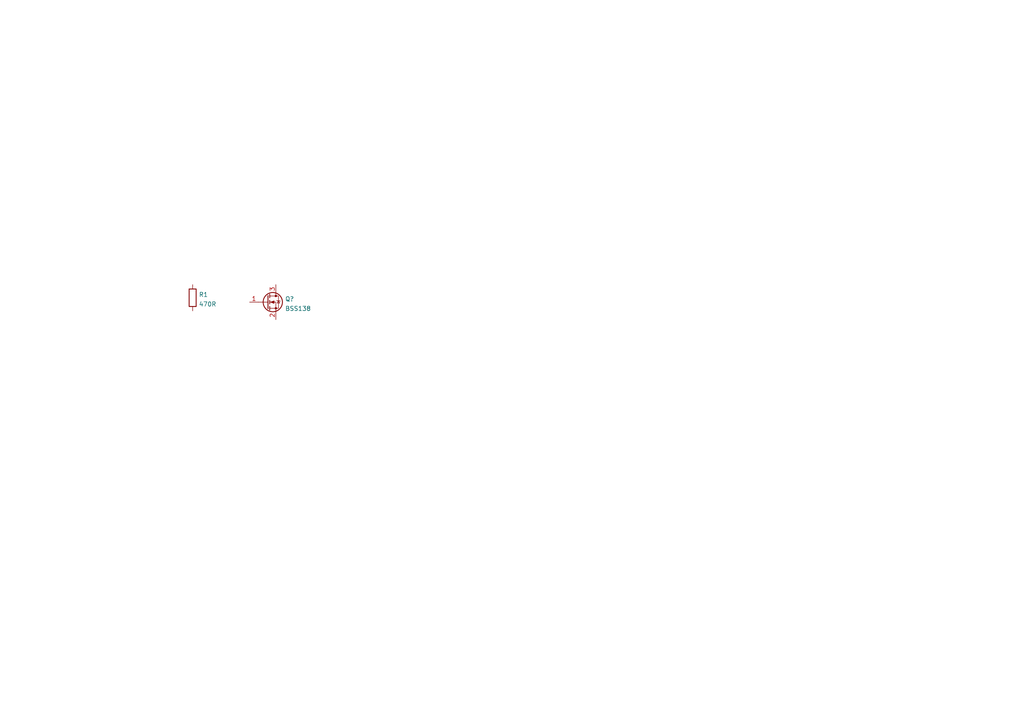
<source format=kicad_sch>
(kicad_sch (version 20211123) (generator eeschema)
  (paper "A4")
  (lib_symbols
    (symbol "Device:R" (pin_numbers hide) (pin_names (offset 0))
      (property "Reference" "R" (at 2.032 0 90))
      (property "Value" "R" (at 0 0 90))
      (symbol "R_0_1"
        (rectangle (start -1.016 -2.54) (end 1.016 2.54) (stroke (width 0.254)))
      )
      (symbol "R_1_1"
        (pin passive line (at 0 3.81 270) (length 1.27) (name "~") (number "1"))
        (pin passive line (at 0 -3.81 90) (length 1.27) (name "~") (number "2"))
      )
    )
    (symbol "Transistor_FET:BSS138" (pin_names hide)
      (property "Reference" "Q" (at 5.08 1.905 0))
      (property "Value" "BSS138" (at 5.08 0 0))
      (symbol "BSS138_0_1"
        (polyline (pts (xy 0.254 0) (xy -2.54 0)))
        (polyline (pts (xy 0.254 1.905) (xy 0.254 -1.905)) (stroke (width 0.254)))
        (polyline (pts (xy 0.762 -1.27) (xy 0.762 -2.286)) (stroke (width 0.254)))
        (polyline (pts (xy 0.762 0.508) (xy 0.762 -0.508)) (stroke (width 0.254)))
        (polyline (pts (xy 0.762 2.286) (xy 0.762 1.27)) (stroke (width 0.254)))
        (polyline (pts (xy 2.54 2.54) (xy 2.54 1.778)))
        (polyline (pts (xy 2.54 -2.54) (xy 2.54 0) (xy 0.762 0)))
        (polyline (pts (xy 0.762 -1.778) (xy 3.302 -1.778) (xy 3.302 1.778) (xy 0.762 1.778)))
        (polyline (pts (xy 1.016 0) (xy 2.032 0.381) (xy 2.032 -0.381) (xy 1.016 0)) (fill (type outline)))
        (polyline (pts (xy 2.794 0.508) (xy 2.921 0.381) (xy 3.683 0.381) (xy 3.81 0.254)))
        (polyline (pts (xy 3.302 0.381) (xy 2.921 -0.254) (xy 3.683 -0.254) (xy 3.302 0.381)))
        (circle (center 1.651 0) (radius 2.794) (stroke (width 0.254)))
        (circle (center 2.54 -1.778) (radius 0.254) (fill (type outline)))
        (circle (center 2.54 1.778) (radius 0.254) (fill (type outline)))
      )
      (symbol "BSS138_1_1"
        (pin input line (at -5.08 0 0) (length 2.54) (name "G") (number "1"))
        (pin passive line (at 2.54 -5.08 90) (length 2.54) (name "S") (number "2"))
        (pin passive line (at 2.54 5.08 270) (length 2.54) (name "D") (number "3"))
      )
    )
  )
  (symbol (lib_id "Transistor_FET:BSS138") (at 77.47 87.63 0) (unit 1)
    (property "Reference" "Q?" (at 82.677 86.7215 0) (effects (justify left)))
    (property "Value" "BSS138" (at 82.677 89.4966 0) (effects (justify left)))
    (property "Footprint" "Package_TO_SOT_SMD:SOT-23" (effects hide))
    (property "Datasheet" "https://www.onsemi.com/pub/Collateral/BSS138-D.PDF" (effects hide))
  )
  (symbol (lib_id "Device:R") (at 55.88 86.36 0) (unit 1)
    (property "Reference" "R1" (at 57.658 85.4515 0) (effects (justify left)))
    (property "Value" "470R" (at 57.658 88.2266 0) (effects (justify left)))
  )
)
</source>
